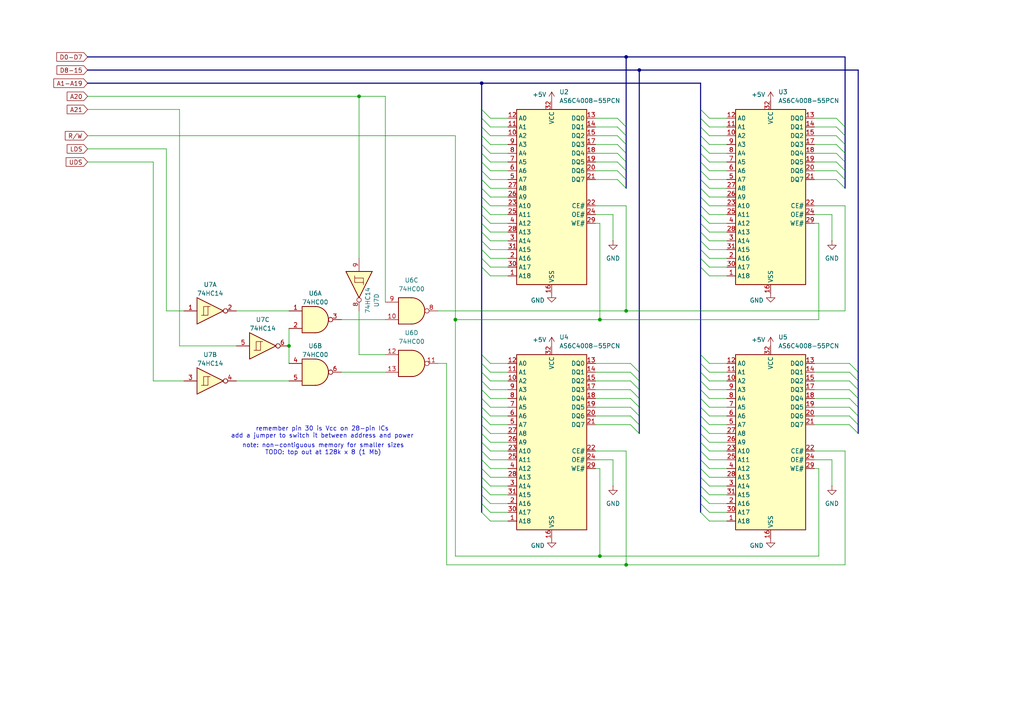
<source format=kicad_sch>
(kicad_sch (version 20231120) (generator "eeschema") (generator_version "8.0")
  (paper "A4")
  (lib_symbols
    (symbol "74xx:74HC00" (pin_names (offset 1.016))
      (property "Reference" "U" (at 0 1.27 0))
      (property "Value" "74HC00" (at 0 -1.27 0))
      (symbol "74HC00_1_1"
        (arc (start 0 -3.81) (mid 3.7934 0) (end 0 3.81) (stroke (width 0.254)) (fill (type background)))
        (polyline (pts (xy 0 3.81) (xy -3.81 3.81) (xy -3.81 -3.81) (xy 0 -3.81)) (stroke (width 0.254)) (fill (type background)))
        (pin input line (at -7.62 2.54 0) (length 3.81) (name "~") (number "1"))
        (pin input line (at -7.62 -2.54 0) (length 3.81) (name "~") (number "2"))
        (pin output inverted (at 7.62 0 180) (length 3.81) (name "~") (number "3"))
      )
      (symbol "74HC00_1_2"
        (arc (start -3.81 -3.81) (mid -2.589 0) (end -3.81 3.81) (stroke (width 0.254)))
        (arc (start -0.6096 -3.81) (mid 2.1842 -2.5851) (end 3.81 0) (stroke (width 0.254)) (fill (type background)))
        (polyline (pts (xy -3.81 -3.81) (xy -0.635 -3.81)) (stroke (width 0.254)) (fill (type background)))
        (polyline (pts (xy -3.81 3.81) (xy -0.635 3.81)) (stroke (width 0.254)) (fill (type background)))
        (polyline (pts (xy -0.635 3.81) (xy -3.81 3.81) (xy -3.81 3.81) (xy -3.556 3.4036) (xy -3.0226 2.2606) (xy -2.6924 1.0414) (xy -2.6162 -0.254) (xy -2.7686 -1.4986) (xy -3.175 -2.7178) (xy -3.81 -3.81) (xy -3.81 -3.81) (xy -0.635 -3.81)) (stroke (width -25.4)) (fill (type background)))
        (arc (start 3.81 0) (mid 2.1915 2.5936) (end -0.6096 3.81) (stroke (width 0.254)) (fill (type background)))
        (pin input inverted (at -7.62 2.54 0) (length 4.318) (name "~") (number "1"))
        (pin input inverted (at -7.62 -2.54 0) (length 4.318) (name "~") (number "2"))
        (pin output line (at 7.62 0 180) (length 3.81) (name "~") (number "3"))
      )
      (symbol "74HC00_2_1"
        (arc (start 0 -3.81) (mid 3.7934 0) (end 0 3.81) (stroke (width 0.254)) (fill (type background)))
        (polyline (pts (xy 0 3.81) (xy -3.81 3.81) (xy -3.81 -3.81) (xy 0 -3.81)) (stroke (width 0.254)) (fill (type background)))
        (pin input line (at -7.62 2.54 0) (length 3.81) (name "~") (number "4"))
        (pin input line (at -7.62 -2.54 0) (length 3.81) (name "~") (number "5"))
        (pin output inverted (at 7.62 0 180) (length 3.81) (name "~") (number "6"))
      )
      (symbol "74HC00_2_2"
        (arc (start -3.81 -3.81) (mid -2.589 0) (end -3.81 3.81) (stroke (width 0.254)))
        (arc (start -0.6096 -3.81) (mid 2.1842 -2.5851) (end 3.81 0) (stroke (width 0.254)) (fill (type background)))
        (polyline (pts (xy -3.81 -3.81) (xy -0.635 -3.81)) (stroke (width 0.254)) (fill (type background)))
        (polyline (pts (xy -3.81 3.81) (xy -0.635 3.81)) (stroke (width 0.254)) (fill (type background)))
        (polyline (pts (xy -0.635 3.81) (xy -3.81 3.81) (xy -3.81 3.81) (xy -3.556 3.4036) (xy -3.0226 2.2606) (xy -2.6924 1.0414) (xy -2.6162 -0.254) (xy -2.7686 -1.4986) (xy -3.175 -2.7178) (xy -3.81 -3.81) (xy -3.81 -3.81) (xy -0.635 -3.81)) (stroke (width -25.4)) (fill (type background)))
        (arc (start 3.81 0) (mid 2.1915 2.5936) (end -0.6096 3.81) (stroke (width 0.254)) (fill (type background)))
        (pin input inverted (at -7.62 2.54 0) (length 4.318) (name "~") (number "4"))
        (pin input inverted (at -7.62 -2.54 0) (length 4.318) (name "~") (number "5"))
        (pin output line (at 7.62 0 180) (length 3.81) (name "~") (number "6"))
      )
      (symbol "74HC00_3_1"
        (arc (start 0 -3.81) (mid 3.7934 0) (end 0 3.81) (stroke (width 0.254)) (fill (type background)))
        (polyline (pts (xy 0 3.81) (xy -3.81 3.81) (xy -3.81 -3.81) (xy 0 -3.81)) (stroke (width 0.254)) (fill (type background)))
        (pin input line (at -7.62 -2.54 0) (length 3.81) (name "~") (number "10"))
        (pin output inverted (at 7.62 0 180) (length 3.81) (name "~") (number "8"))
        (pin input line (at -7.62 2.54 0) (length 3.81) (name "~") (number "9"))
      )
      (symbol "74HC00_3_2"
        (arc (start -3.81 -3.81) (mid -2.589 0) (end -3.81 3.81) (stroke (width 0.254)))
        (arc (start -0.6096 -3.81) (mid 2.1842 -2.5851) (end 3.81 0) (stroke (width 0.254)) (fill (type background)))
        (polyline (pts (xy -3.81 -3.81) (xy -0.635 -3.81)) (stroke (width 0.254)) (fill (type background)))
        (polyline (pts (xy -3.81 3.81) (xy -0.635 3.81)) (stroke (width 0.254)) (fill (type background)))
        (polyline (pts (xy -0.635 3.81) (xy -3.81 3.81) (xy -3.81 3.81) (xy -3.556 3.4036) (xy -3.0226 2.2606) (xy -2.6924 1.0414) (xy -2.6162 -0.254) (xy -2.7686 -1.4986) (xy -3.175 -2.7178) (xy -3.81 -3.81) (xy -3.81 -3.81) (xy -0.635 -3.81)) (stroke (width -25.4)) (fill (type background)))
        (arc (start 3.81 0) (mid 2.1915 2.5936) (end -0.6096 3.81) (stroke (width 0.254)) (fill (type background)))
        (pin input inverted (at -7.62 -2.54 0) (length 4.318) (name "~") (number "10"))
        (pin output line (at 7.62 0 180) (length 3.81) (name "~") (number "8"))
        (pin input inverted (at -7.62 2.54 0) (length 4.318) (name "~") (number "9"))
      )
      (symbol "74HC00_4_1"
        (arc (start 0 -3.81) (mid 3.7934 0) (end 0 3.81) (stroke (width 0.254)) (fill (type background)))
        (polyline (pts (xy 0 3.81) (xy -3.81 3.81) (xy -3.81 -3.81) (xy 0 -3.81)) (stroke (width 0.254)) (fill (type background)))
        (pin output inverted (at 7.62 0 180) (length 3.81) (name "~") (number "11"))
        (pin input line (at -7.62 2.54 0) (length 3.81) (name "~") (number "12"))
        (pin input line (at -7.62 -2.54 0) (length 3.81) (name "~") (number "13"))
      )
      (symbol "74HC00_4_2"
        (arc (start -3.81 -3.81) (mid -2.589 0) (end -3.81 3.81) (stroke (width 0.254)))
        (arc (start -0.6096 -3.81) (mid 2.1842 -2.5851) (end 3.81 0) (stroke (width 0.254)) (fill (type background)))
        (polyline (pts (xy -3.81 -3.81) (xy -0.635 -3.81)) (stroke (width 0.254)) (fill (type background)))
        (polyline (pts (xy -3.81 3.81) (xy -0.635 3.81)) (stroke (width 0.254)) (fill (type background)))
        (polyline (pts (xy -0.635 3.81) (xy -3.81 3.81) (xy -3.81 3.81) (xy -3.556 3.4036) (xy -3.0226 2.2606) (xy -2.6924 1.0414) (xy -2.6162 -0.254) (xy -2.7686 -1.4986) (xy -3.175 -2.7178) (xy -3.81 -3.81) (xy -3.81 -3.81) (xy -0.635 -3.81)) (stroke (width -25.4)) (fill (type background)))
        (arc (start 3.81 0) (mid 2.1915 2.5936) (end -0.6096 3.81) (stroke (width 0.254)) (fill (type background)))
        (pin output line (at 7.62 0 180) (length 3.81) (name "~") (number "11"))
        (pin input inverted (at -7.62 2.54 0) (length 4.318) (name "~") (number "12"))
        (pin input inverted (at -7.62 -2.54 0) (length 4.318) (name "~") (number "13"))
      )
      (symbol "74HC00_5_0"
        (pin power_in line (at 0 12.7 270) (length 5.08) (name "VCC") (number "14"))
        (pin power_in line (at 0 -12.7 90) (length 5.08) (name "GND") (number "7"))
      )
      (symbol "74HC00_5_1"
        (rectangle (start -5.08 7.62) (end 5.08 -7.62) (stroke (width 0.254)) (fill (type background)))
      )
    )
    (symbol "74xx:74HC14" (pin_names (offset 1.016))
      (property "Reference" "U" (at 0 1.27 0))
      (property "Value" "74HC14" (at 0 -1.27 0))
      (symbol "74HC14_1_0"
        (polyline (pts (xy -3.81 3.81) (xy -3.81 -3.81) (xy 3.81 0) (xy -3.81 3.81)) (stroke (width 0.254)) (fill (type background)))
        (pin input line (at -7.62 0 0) (length 3.81) (name "~") (number "1"))
        (pin output inverted (at 7.62 0 180) (length 3.81) (name "~") (number "2"))
      )
      (symbol "74HC14_1_1"
        (polyline (pts (xy -1.905 -1.27) (xy -1.905 1.27) (xy -0.635 1.27)))
        (polyline (pts (xy -2.54 -1.27) (xy -0.635 -1.27) (xy -0.635 1.27) (xy 0 1.27)))
      )
      (symbol "74HC14_2_0"
        (polyline (pts (xy -3.81 3.81) (xy -3.81 -3.81) (xy 3.81 0) (xy -3.81 3.81)) (stroke (width 0.254)) (fill (type background)))
        (pin input line (at -7.62 0 0) (length 3.81) (name "~") (number "3"))
        (pin output inverted (at 7.62 0 180) (length 3.81) (name "~") (number "4"))
      )
      (symbol "74HC14_2_1"
        (polyline (pts (xy -1.905 -1.27) (xy -1.905 1.27) (xy -0.635 1.27)))
        (polyline (pts (xy -2.54 -1.27) (xy -0.635 -1.27) (xy -0.635 1.27) (xy 0 1.27)))
      )
      (symbol "74HC14_3_0"
        (polyline (pts (xy -3.81 3.81) (xy -3.81 -3.81) (xy 3.81 0) (xy -3.81 3.81)) (stroke (width 0.254)) (fill (type background)))
        (pin input line (at -7.62 0 0) (length 3.81) (name "~") (number "5"))
        (pin output inverted (at 7.62 0 180) (length 3.81) (name "~") (number "6"))
      )
      (symbol "74HC14_3_1"
        (polyline (pts (xy -1.905 -1.27) (xy -1.905 1.27) (xy -0.635 1.27)))
        (polyline (pts (xy -2.54 -1.27) (xy -0.635 -1.27) (xy -0.635 1.27) (xy 0 1.27)))
      )
      (symbol "74HC14_4_0"
        (polyline (pts (xy -3.81 3.81) (xy -3.81 -3.81) (xy 3.81 0) (xy -3.81 3.81)) (stroke (width 0.254)) (fill (type background)))
        (pin output inverted (at 7.62 0 180) (length 3.81) (name "~") (number "8"))
        (pin input line (at -7.62 0 0) (length 3.81) (name "~") (number "9"))
      )
      (symbol "74HC14_4_1"
        (polyline (pts (xy -1.905 -1.27) (xy -1.905 1.27) (xy -0.635 1.27)))
        (polyline (pts (xy -2.54 -1.27) (xy -0.635 -1.27) (xy -0.635 1.27) (xy 0 1.27)))
      )
      (symbol "74HC14_5_0"
        (polyline (pts (xy -3.81 3.81) (xy -3.81 -3.81) (xy 3.81 0) (xy -3.81 3.81)) (stroke (width 0.254)) (fill (type background)))
        (pin output inverted (at 7.62 0 180) (length 3.81) (name "~") (number "10"))
        (pin input line (at -7.62 0 0) (length 3.81) (name "~") (number "11"))
      )
      (symbol "74HC14_5_1"
        (polyline (pts (xy -1.905 -1.27) (xy -1.905 1.27) (xy -0.635 1.27)))
        (polyline (pts (xy -2.54 -1.27) (xy -0.635 -1.27) (xy -0.635 1.27) (xy 0 1.27)))
      )
      (symbol "74HC14_6_0"
        (polyline (pts (xy -3.81 3.81) (xy -3.81 -3.81) (xy 3.81 0) (xy -3.81 3.81)) (stroke (width 0.254)) (fill (type background)))
        (pin output inverted (at 7.62 0 180) (length 3.81) (name "~") (number "12"))
        (pin input line (at -7.62 0 0) (length 3.81) (name "~") (number "13"))
      )
      (symbol "74HC14_6_1"
        (polyline (pts (xy -1.905 -1.27) (xy -1.905 1.27) (xy -0.635 1.27)))
        (polyline (pts (xy -2.54 -1.27) (xy -0.635 -1.27) (xy -0.635 1.27) (xy 0 1.27)))
      )
      (symbol "74HC14_7_0"
        (pin power_in line (at 0 12.7 270) (length 5.08) (name "VCC") (number "14"))
        (pin power_in line (at 0 -12.7 90) (length 5.08) (name "GND") (number "7"))
      )
      (symbol "74HC14_7_1"
        (rectangle (start -5.08 7.62) (end 5.08 -7.62) (stroke (width 0.254)) (fill (type background)))
      )
    )
    (symbol "Memory_RAM:AS6C4008-55PCN"
      (property "Reference" "U" (at -10.16 26.035 0))
      (property "Value" "AS6C4008-55PCN" (at 2.54 26.035 0))
      (symbol "AS6C4008-55PCN_0_0"
        (pin power_in line (at 0 -27.94 90) (length 2.54) (name "VSS") (number "16"))
        (pin power_in line (at 0 27.94 270) (length 2.54) (name "VCC") (number "32"))
      )
      (symbol "AS6C4008-55PCN_0_1"
        (rectangle (start -10.16 25.4) (end 10.16 -25.4) (stroke (width 0.254)) (fill (type background)))
      )
      (symbol "AS6C4008-55PCN_1_1"
        (pin input line (at -12.7 -22.86 0) (length 2.54) (name "A18") (number "1"))
        (pin input line (at -12.7 17.78 0) (length 2.54) (name "A2") (number "10"))
        (pin input line (at -12.7 20.32 0) (length 2.54) (name "A1") (number "11"))
        (pin input line (at -12.7 22.86 0) (length 2.54) (name "A0") (number "12"))
        (pin tri_state line (at 12.7 22.86 180) (length 2.54) (name "DQ0") (number "13"))
        (pin tri_state line (at 12.7 20.32 180) (length 2.54) (name "DQ1") (number "14"))
        (pin tri_state line (at 12.7 17.78 180) (length 2.54) (name "DQ2") (number "15"))
        (pin tri_state line (at 12.7 15.24 180) (length 2.54) (name "DQ3") (number "17"))
        (pin tri_state line (at 12.7 12.7 180) (length 2.54) (name "DQ4") (number "18"))
        (pin tri_state line (at 12.7 10.16 180) (length 2.54) (name "DQ5") (number "19"))
        (pin input line (at -12.7 -17.78 0) (length 2.54) (name "A16") (number "2"))
        (pin tri_state line (at 12.7 7.62 180) (length 2.54) (name "DQ6") (number "20"))
        (pin tri_state line (at 12.7 5.08 180) (length 2.54) (name "DQ7") (number "21"))
        (pin input line (at 12.7 -2.54 180) (length 2.54) (name "CE#") (number "22"))
        (pin input line (at -12.7 -2.54 0) (length 2.54) (name "A10") (number "23"))
        (pin input line (at 12.7 -5.08 180) (length 2.54) (name "OE#") (number "24"))
        (pin input line (at -12.7 -5.08 0) (length 2.54) (name "A11") (number "25"))
        (pin input line (at -12.7 0 0) (length 2.54) (name "A9") (number "26"))
        (pin input line (at -12.7 2.54 0) (length 2.54) (name "A8") (number "27"))
        (pin input line (at -12.7 -10.16 0) (length 2.54) (name "A13") (number "28"))
        (pin input line (at 12.7 -7.62 180) (length 2.54) (name "WE#") (number "29"))
        (pin input line (at -12.7 -12.7 0) (length 2.54) (name "A14") (number "3"))
        (pin input line (at -12.7 -20.32 0) (length 2.54) (name "A17") (number "30"))
        (pin input line (at -12.7 -15.24 0) (length 2.54) (name "A15") (number "31"))
        (pin input line (at -12.7 -7.62 0) (length 2.54) (name "A12") (number "4"))
        (pin input line (at -12.7 5.08 0) (length 2.54) (name "A7") (number "5"))
        (pin input line (at -12.7 7.62 0) (length 2.54) (name "A6") (number "6"))
        (pin input line (at -12.7 10.16 0) (length 2.54) (name "A5") (number "7"))
        (pin input line (at -12.7 12.7 0) (length 2.54) (name "A4") (number "8"))
        (pin input line (at -12.7 15.24 0) (length 2.54) (name "A3") (number "9"))
      )
    )
    (symbol "power:+5V" (power) (pin_numbers hide) (pin_names (offset 0) hide)
      (property "Value" "+5V" (at 0 3.556 0))
      (symbol "+5V_0_1"
        (polyline (pts (xy -0.762 1.27) (xy 0 2.54)))
        (polyline (pts (xy 0 0) (xy 0 2.54)))
        (polyline (pts (xy 0 2.54) (xy 0.762 1.27)))
      )
      (symbol "+5V_1_1"
        (pin power_in line (at 0 0 90) (length 0) (name "~") (number "1"))
      )
    )
    (symbol "power:GND" (power) (pin_numbers hide) (pin_names (offset 0) hide)
      (property "Value" "GND" (at 0 -3.81 0))
      (symbol "GND_0_1"
        (polyline (pts (xy 0 0) (xy 0 -1.27) (xy 1.27 -1.27) (xy 0 -2.54) (xy -1.27 -1.27) (xy 0 -1.27)))
      )
      (symbol "GND_1_1"
        (pin power_in line (at 0 0 270) (length 0) (name "~") (number "1"))
      )
    )
  )
  (junction (at 185.42 20.32))
  (junction (at 173.99 92.71))
  (junction (at 104.14 27.94))
  (junction (at 181.61 16.51))
  (junction (at 181.61 163.83))
  (junction (at 181.61 90.17))
  (junction (at 139.7 24.13))
  (junction (at 173.99 161.29))
  (junction (at 132.08 92.71))
  (junction (at 83.82 100.33))
  (bus_entry (at 179.07 39.37) (size 2.54 2.54))
  (bus_entry (at 139.7 36.83) (size 2.54 2.54))
  (bus_entry (at 139.7 128.27) (size 2.54 2.54))
  (bus_entry (at 203.2 143.51) (size 2.54 2.54))
  (bus_entry (at 139.7 148.59) (size 2.54 2.54))
  (bus_entry (at 139.7 120.65) (size 2.54 2.54))
  (bus_entry (at 203.2 115.57) (size 2.54 2.54))
  (bus_entry (at 203.2 130.81) (size 2.54 2.54))
  (bus_entry (at 246.38 113.03) (size 2.54 2.54))
  (bus_entry (at 182.88 110.49) (size 2.54 2.54))
  (bus_entry (at 139.7 54.61) (size 2.54 2.54))
  (bus_entry (at 139.7 59.69) (size 2.54 2.54))
  (bus_entry (at 203.2 120.65) (size 2.54 2.54))
  (bus_entry (at 139.7 146.05) (size 2.54 2.54))
  (bus_entry (at 139.7 115.57) (size 2.54 2.54))
  (bus_entry (at 139.7 67.31) (size 2.54 2.54))
  (bus_entry (at 182.88 115.57) (size 2.54 2.54))
  (bus_entry (at 179.07 36.83) (size 2.54 2.54))
  (bus_entry (at 242.57 41.91) (size 2.54 2.54))
  (bus_entry (at 139.7 77.47) (size 2.54 2.54))
  (bus_entry (at 139.7 57.15) (size 2.54 2.54))
  (bus_entry (at 203.2 138.43) (size 2.54 2.54))
  (bus_entry (at 203.2 62.23) (size 2.54 2.54))
  (bus_entry (at 203.2 133.35) (size 2.54 2.54))
  (bus_entry (at 203.2 46.99) (size 2.54 2.54))
  (bus_entry (at 139.7 62.23) (size 2.54 2.54))
  (bus_entry (at 203.2 39.37) (size 2.54 2.54))
  (bus_entry (at 139.7 135.89) (size 2.54 2.54))
  (bus_entry (at 242.57 46.99) (size 2.54 2.54))
  (bus_entry (at 203.2 57.15) (size 2.54 2.54))
  (bus_entry (at 203.2 107.95) (size 2.54 2.54))
  (bus_entry (at 179.07 49.53) (size 2.54 2.54))
  (bus_entry (at 203.2 52.07) (size 2.54 2.54))
  (bus_entry (at 203.2 148.59) (size 2.54 2.54))
  (bus_entry (at 139.7 49.53) (size 2.54 2.54))
  (bus_entry (at 139.7 110.49) (size 2.54 2.54))
  (bus_entry (at 246.38 107.95) (size 2.54 2.54))
  (bus_entry (at 139.7 123.19) (size 2.54 2.54))
  (bus_entry (at 179.07 41.91) (size 2.54 2.54))
  (bus_entry (at 139.7 133.35) (size 2.54 2.54))
  (bus_entry (at 139.7 72.39) (size 2.54 2.54))
  (bus_entry (at 139.7 118.11) (size 2.54 2.54))
  (bus_entry (at 203.2 41.91) (size 2.54 2.54))
  (bus_entry (at 139.7 125.73) (size 2.54 2.54))
  (bus_entry (at 203.2 74.93) (size 2.54 2.54))
  (bus_entry (at 203.2 36.83) (size 2.54 2.54))
  (bus_entry (at 246.38 118.11) (size 2.54 2.54))
  (bus_entry (at 203.2 118.11) (size 2.54 2.54))
  (bus_entry (at 139.7 102.87) (size 2.54 2.54))
  (bus_entry (at 139.7 31.75) (size 2.54 2.54))
  (bus_entry (at 246.38 110.49) (size 2.54 2.54))
  (bus_entry (at 203.2 128.27) (size 2.54 2.54))
  (bus_entry (at 203.2 113.03) (size 2.54 2.54))
  (bus_entry (at 139.7 138.43) (size 2.54 2.54))
  (bus_entry (at 203.2 44.45) (size 2.54 2.54))
  (bus_entry (at 203.2 72.39) (size 2.54 2.54))
  (bus_entry (at 182.88 123.19) (size 2.54 2.54))
  (bus_entry (at 242.57 52.07) (size 2.54 2.54))
  (bus_entry (at 203.2 69.85) (size 2.54 2.54))
  (bus_entry (at 179.07 34.29) (size 2.54 2.54))
  (bus_entry (at 139.7 39.37) (size 2.54 2.54))
  (bus_entry (at 182.88 120.65) (size 2.54 2.54))
  (bus_entry (at 179.07 46.99) (size 2.54 2.54))
  (bus_entry (at 203.2 77.47) (size 2.54 2.54))
  (bus_entry (at 203.2 140.97) (size 2.54 2.54))
  (bus_entry (at 246.38 115.57) (size 2.54 2.54))
  (bus_entry (at 203.2 49.53) (size 2.54 2.54))
  (bus_entry (at 139.7 74.93) (size 2.54 2.54))
  (bus_entry (at 182.88 118.11) (size 2.54 2.54))
  (bus_entry (at 139.7 64.77) (size 2.54 2.54))
  (bus_entry (at 139.7 140.97) (size 2.54 2.54))
  (bus_entry (at 139.7 105.41) (size 2.54 2.54))
  (bus_entry (at 203.2 64.77) (size 2.54 2.54))
  (bus_entry (at 203.2 105.41) (size 2.54 2.54))
  (bus_entry (at 139.7 44.45) (size 2.54 2.54))
  (bus_entry (at 203.2 54.61) (size 2.54 2.54))
  (bus_entry (at 203.2 123.19) (size 2.54 2.54))
  (bus_entry (at 203.2 110.49) (size 2.54 2.54))
  (bus_entry (at 139.7 34.29) (size 2.54 2.54))
  (bus_entry (at 246.38 123.19) (size 2.54 2.54))
  (bus_entry (at 182.88 107.95) (size 2.54 2.54))
  (bus_entry (at 246.38 105.41) (size 2.54 2.54))
  (bus_entry (at 242.57 34.29) (size 2.54 2.54))
  (bus_entry (at 179.07 44.45) (size 2.54 2.54))
  (bus_entry (at 139.7 52.07) (size 2.54 2.54))
  (bus_entry (at 246.38 120.65) (size 2.54 2.54))
  (bus_entry (at 242.57 36.83) (size 2.54 2.54))
  (bus_entry (at 182.88 113.03) (size 2.54 2.54))
  (bus_entry (at 203.2 31.75) (size 2.54 2.54))
  (bus_entry (at 203.2 135.89) (size 2.54 2.54))
  (bus_entry (at 139.7 46.99) (size 2.54 2.54))
  (bus_entry (at 179.07 52.07) (size 2.54 2.54))
  (bus_entry (at 139.7 107.95) (size 2.54 2.54))
  (bus_entry (at 203.2 59.69) (size 2.54 2.54))
  (bus_entry (at 242.57 39.37) (size 2.54 2.54))
  (bus_entry (at 203.2 67.31) (size 2.54 2.54))
  (bus_entry (at 203.2 102.87) (size 2.54 2.54))
  (bus_entry (at 203.2 34.29) (size 2.54 2.54))
  (bus_entry (at 203.2 146.05) (size 2.54 2.54))
  (bus_entry (at 242.57 49.53) (size 2.54 2.54))
  (bus_entry (at 139.7 113.03) (size 2.54 2.54))
  (bus_entry (at 139.7 143.51) (size 2.54 2.54))
  (bus_entry (at 182.88 105.41) (size 2.54 2.54))
  (bus_entry (at 139.7 41.91) (size 2.54 2.54))
  (bus_entry (at 139.7 69.85) (size 2.54 2.54))
  (bus_entry (at 242.57 44.45) (size 2.54 2.54))
  (bus_entry (at 203.2 125.73) (size 2.54 2.54))
  (bus_entry (at 139.7 130.81) (size 2.54 2.54))
  (bus (pts (xy 203.2 77.47) (xy 203.2 102.87)))
  (wire (pts (xy 25.4 46.99) (xy 44.45 46.99)))
  (bus (pts (xy 203.2 46.99) (xy 203.2 44.45)))
  (bus (pts (xy 203.2 115.57) (xy 203.2 113.03)))
  (bus (pts (xy 185.42 113.03) (xy 185.42 115.57)))
  (bus (pts (xy 203.2 67.31) (xy 203.2 64.77)))
  (bus (pts (xy 181.61 41.91) (xy 181.61 44.45)))
  (wire (pts (xy 205.74 54.61) (xy 210.82 54.61)))
  (bus (pts (xy 203.2 128.27) (xy 203.2 125.73)))
  (wire (pts (xy 142.24 57.15) (xy 147.32 57.15)))
  (bus (pts (xy 185.42 20.32) (xy 185.42 107.95)))
  (wire (pts (xy 205.74 130.81) (xy 210.82 130.81)))
  (bus (pts (xy 203.2 120.65) (xy 203.2 118.11)))
  (bus (pts (xy 203.2 143.51) (xy 203.2 140.97)))
  (bus (pts (xy 203.2 110.49) (xy 203.2 107.95)))
  (bus (pts (xy 203.2 41.91) (xy 203.2 39.37)))
  (wire (pts (xy 172.72 62.23) (xy 177.8 62.23)))
  (bus (pts (xy 181.61 52.07) (xy 181.61 54.61)))
  (wire (pts (xy 172.72 120.65) (xy 182.88 120.65)))
  (bus (pts (xy 245.11 49.53) (xy 245.11 52.07)))
  (bus (pts (xy 139.7 77.47) (xy 139.7 102.87)))
  (bus (pts (xy 139.7 140.97) (xy 139.7 138.43)))
  (bus (pts (xy 139.7 59.69) (xy 139.7 57.15)))
  (wire (pts (xy 142.24 74.93) (xy 147.32 74.93)))
  (wire (pts (xy 205.74 77.47) (xy 210.82 77.47)))
  (wire (pts (xy 142.24 52.07) (xy 147.32 52.07)))
  (wire (pts (xy 236.22 107.95) (xy 246.38 107.95)))
  (wire (pts (xy 236.22 49.53) (xy 242.57 49.53)))
  (wire (pts (xy 173.99 161.29) (xy 237.49 161.29)))
  (wire (pts (xy 205.74 138.43) (xy 210.82 138.43)))
  (wire (pts (xy 205.74 39.37) (xy 210.82 39.37)))
  (wire (pts (xy 142.24 41.91) (xy 147.32 41.91)))
  (bus (pts (xy 139.7 36.83) (xy 139.7 34.29)))
  (wire (pts (xy 205.74 140.97) (xy 210.82 140.97)))
  (wire (pts (xy 142.24 80.01) (xy 147.32 80.01)))
  (wire (pts (xy 127 90.17) (xy 181.61 90.17)))
  (wire (pts (xy 236.22 44.45) (xy 242.57 44.45)))
  (bus (pts (xy 139.7 138.43) (xy 139.7 135.89)))
  (wire (pts (xy 48.26 43.18) (xy 48.26 90.17)))
  (wire (pts (xy 236.22 135.89) (xy 237.49 135.89)))
  (bus (pts (xy 248.92 115.57) (xy 248.92 118.11)))
  (wire (pts (xy 205.74 69.85) (xy 210.82 69.85)))
  (bus (pts (xy 203.2 102.87) (xy 203.2 105.41)))
  (wire (pts (xy 25.4 43.18) (xy 48.26 43.18)))
  (wire (pts (xy 132.08 92.71) (xy 132.08 161.29)))
  (bus (pts (xy 181.61 44.45) (xy 181.61 46.99)))
  (bus (pts (xy 203.2 77.47) (xy 203.2 74.93)))
  (bus (pts (xy 203.2 123.19) (xy 203.2 120.65)))
  (bus (pts (xy 139.7 72.39) (xy 139.7 69.85)))
  (wire (pts (xy 237.49 161.29) (xy 237.49 135.89)))
  (wire (pts (xy 142.24 110.49) (xy 147.32 110.49)))
  (wire (pts (xy 205.74 113.03) (xy 210.82 113.03)))
  (wire (pts (xy 205.74 72.39) (xy 210.82 72.39)))
  (bus (pts (xy 181.61 46.99) (xy 181.61 49.53)))
  (wire (pts (xy 205.74 128.27) (xy 210.82 128.27)))
  (wire (pts (xy 172.72 34.29) (xy 179.07 34.29)))
  (wire (pts (xy 142.24 113.03) (xy 147.32 113.03)))
  (wire (pts (xy 205.74 107.95) (xy 210.82 107.95)))
  (bus (pts (xy 203.2 44.45) (xy 203.2 41.91)))
  (bus (pts (xy 139.7 24.13) (xy 139.7 31.75)))
  (bus (pts (xy 139.7 115.57) (xy 139.7 113.03)))
  (bus (pts (xy 139.7 67.31) (xy 139.7 64.77)))
  (bus (pts (xy 139.7 125.73) (xy 139.7 123.19)))
  (wire (pts (xy 205.74 105.41) (xy 210.82 105.41)))
  (bus (pts (xy 139.7 118.11) (xy 139.7 115.57)))
  (wire (pts (xy 172.72 41.91) (xy 179.07 41.91)))
  (wire (pts (xy 142.24 135.89) (xy 147.32 135.89)))
  (bus (pts (xy 245.11 39.37) (xy 245.11 41.91)))
  (wire (pts (xy 236.22 120.65) (xy 246.38 120.65)))
  (bus (pts (xy 181.61 36.83) (xy 181.61 39.37)))
  (wire (pts (xy 245.11 59.69) (xy 236.22 59.69)))
  (bus (pts (xy 25.4 20.32) (xy 185.42 20.32)))
  (bus (pts (xy 248.92 113.03) (xy 248.92 115.57)))
  (wire (pts (xy 173.99 161.29) (xy 173.99 135.89)))
  (wire (pts (xy 205.74 44.45) (xy 210.82 44.45)))
  (bus (pts (xy 139.7 44.45) (xy 139.7 41.91)))
  (wire (pts (xy 142.24 34.29) (xy 147.32 34.29)))
  (wire (pts (xy 142.24 146.05) (xy 147.32 146.05)))
  (wire (pts (xy 205.74 52.07) (xy 210.82 52.07)))
  (wire (pts (xy 25.4 31.75) (xy 52.07 31.75)))
  (wire (pts (xy 236.22 133.35) (xy 241.3 133.35)))
  (bus (pts (xy 139.7 148.59) (xy 139.7 146.05)))
  (bus (pts (xy 139.7 41.91) (xy 139.7 39.37)))
  (wire (pts (xy 205.74 151.13) (xy 210.82 151.13)))
  (wire (pts (xy 181.61 163.83) (xy 245.11 163.83)))
  (bus (pts (xy 139.7 110.49) (xy 139.7 107.95)))
  (wire (pts (xy 236.22 41.91) (xy 242.57 41.91)))
  (wire (pts (xy 205.74 36.83) (xy 210.82 36.83)))
  (wire (pts (xy 205.74 125.73) (xy 210.82 125.73)))
  (wire (pts (xy 205.74 133.35) (xy 210.82 133.35)))
  (wire (pts (xy 241.3 62.23) (xy 241.3 69.85)))
  (bus (pts (xy 139.7 31.75) (xy 139.7 34.29)))
  (bus (pts (xy 203.2 54.61) (xy 203.2 52.07)))
  (bus (pts (xy 248.92 110.49) (xy 248.92 113.03)))
  (wire (pts (xy 142.24 115.57) (xy 147.32 115.57)))
  (wire (pts (xy 142.24 123.19) (xy 147.32 123.19)))
  (wire (pts (xy 132.08 161.29) (xy 173.99 161.29)))
  (bus (pts (xy 181.61 16.51) (xy 245.11 16.51)))
  (wire (pts (xy 181.61 130.81) (xy 172.72 130.81)))
  (wire (pts (xy 142.24 54.61) (xy 147.32 54.61)))
  (wire (pts (xy 205.74 46.99) (xy 210.82 46.99)))
  (wire (pts (xy 237.49 64.77) (xy 236.22 64.77)))
  (bus (pts (xy 181.61 39.37) (xy 181.61 41.91)))
  (wire (pts (xy 142.24 125.73) (xy 147.32 125.73)))
  (bus (pts (xy 203.2 49.53) (xy 203.2 46.99)))
  (wire (pts (xy 132.08 39.37) (xy 132.08 92.71)))
  (wire (pts (xy 173.99 64.77) (xy 172.72 64.77)))
  (wire (pts (xy 172.72 107.95) (xy 182.88 107.95)))
  (wire (pts (xy 173.99 92.71) (xy 173.99 64.77)))
  (bus (pts (xy 203.2 118.11) (xy 203.2 115.57)))
  (wire (pts (xy 205.74 74.93) (xy 210.82 74.93)))
  (wire (pts (xy 172.72 133.35) (xy 177.8 133.35)))
  (bus (pts (xy 203.2 130.81) (xy 203.2 128.27)))
  (wire (pts (xy 142.24 151.13) (xy 147.32 151.13)))
  (bus (pts (xy 181.61 49.53) (xy 181.61 52.07)))
  (wire (pts (xy 142.24 39.37) (xy 147.32 39.37)))
  (wire (pts (xy 205.74 64.77) (xy 210.82 64.77)))
  (wire (pts (xy 44.45 46.99) (xy 44.45 110.49)))
  (bus (pts (xy 203.2 125.73) (xy 203.2 123.19)))
  (bus (pts (xy 139.7 57.15) (xy 139.7 54.61)))
  (wire (pts (xy 172.72 44.45) (xy 179.07 44.45)))
  (wire (pts (xy 111.76 27.94) (xy 111.76 87.63)))
  (wire (pts (xy 236.22 113.03) (xy 246.38 113.03)))
  (wire (pts (xy 172.72 113.03) (xy 182.88 113.03)))
  (bus (pts (xy 203.2 24.13) (xy 203.2 31.75)))
  (bus (pts (xy 139.7 64.77) (xy 139.7 62.23)))
  (wire (pts (xy 205.74 135.89) (xy 210.82 135.89)))
  (wire (pts (xy 52.07 100.33) (xy 68.58 100.33)))
  (wire (pts (xy 172.72 52.07) (xy 179.07 52.07)))
  (bus (pts (xy 139.7 49.53) (xy 139.7 46.99)))
  (bus (pts (xy 203.2 59.69) (xy 203.2 57.15)))
  (wire (pts (xy 44.45 110.49) (xy 53.34 110.49)))
  (wire (pts (xy 205.74 123.19) (xy 210.82 123.19)))
  (wire (pts (xy 205.74 41.91) (xy 210.82 41.91)))
  (wire (pts (xy 25.4 27.94) (xy 104.14 27.94)))
  (wire (pts (xy 236.22 39.37) (xy 242.57 39.37)))
  (wire (pts (xy 172.72 105.41) (xy 182.88 105.41)))
  (wire (pts (xy 83.82 100.33) (xy 83.82 95.25)))
  (wire (pts (xy 205.74 148.59) (xy 210.82 148.59)))
  (bus (pts (xy 245.11 46.99) (xy 245.11 49.53)))
  (bus (pts (xy 248.92 123.19) (xy 248.92 125.73)))
  (wire (pts (xy 236.22 46.99) (xy 242.57 46.99)))
  (wire (pts (xy 129.54 105.41) (xy 129.54 163.83)))
  (wire (pts (xy 236.22 130.81) (xy 245.11 130.81)))
  (bus (pts (xy 203.2 74.93) (xy 203.2 72.39)))
  (wire (pts (xy 205.74 110.49) (xy 210.82 110.49)))
  (bus (pts (xy 139.7 143.51) (xy 139.7 140.97)))
  (bus (pts (xy 203.2 64.77) (xy 203.2 62.23)))
  (wire (pts (xy 142.24 128.27) (xy 147.32 128.27)))
  (bus (pts (xy 203.2 135.89) (xy 203.2 133.35)))
  (bus (pts (xy 139.7 107.95) (xy 139.7 105.41)))
  (bus (pts (xy 203.2 133.35) (xy 203.2 130.81)))
  (wire (pts (xy 173.99 92.71) (xy 237.49 92.71)))
  (wire (pts (xy 142.24 118.11) (xy 147.32 118.11)))
  (wire (pts (xy 142.24 130.81) (xy 147.32 130.81)))
  (wire (pts (xy 142.24 46.99) (xy 147.32 46.99)))
  (wire (pts (xy 142.24 64.77) (xy 147.32 64.77)))
  (wire (pts (xy 172.72 118.11) (xy 182.88 118.11)))
  (bus (pts (xy 185.42 120.65) (xy 185.42 123.19)))
  (bus (pts (xy 139.7 24.13) (xy 203.2 24.13)))
  (bus (pts (xy 203.2 31.75) (xy 203.2 34.29)))
  (bus (pts (xy 203.2 36.83) (xy 203.2 34.29)))
  (wire (pts (xy 104.14 90.17) (xy 104.14 102.87)))
  (bus (pts (xy 25.4 16.51) (xy 181.61 16.51)))
  (wire (pts (xy 172.72 49.53) (xy 179.07 49.53)))
  (wire (pts (xy 181.61 90.17) (xy 181.61 59.69)))
  (wire (pts (xy 48.26 90.17) (xy 53.34 90.17)))
  (wire (pts (xy 142.24 138.43) (xy 147.32 138.43)))
  (wire (pts (xy 142.24 133.35) (xy 147.32 133.35)))
  (bus (pts (xy 139.7 102.87) (xy 139.7 105.41)))
  (wire (pts (xy 205.74 59.69) (xy 210.82 59.69)))
  (bus (pts (xy 185.42 115.57) (xy 185.42 118.11)))
  (bus (pts (xy 185.42 110.49) (xy 185.42 113.03)))
  (bus (pts (xy 203.2 62.23) (xy 203.2 59.69)))
  (bus (pts (xy 203.2 52.07) (xy 203.2 49.53)))
  (wire (pts (xy 181.61 163.83) (xy 181.61 130.81)))
  (bus (pts (xy 248.92 120.65) (xy 248.92 123.19)))
  (wire (pts (xy 142.24 36.83) (xy 147.32 36.83)))
  (wire (pts (xy 236.22 52.07) (xy 242.57 52.07)))
  (wire (pts (xy 241.3 133.35) (xy 241.3 140.97)))
  (bus (pts (xy 203.2 72.39) (xy 203.2 69.85)))
  (wire (pts (xy 104.14 102.87) (xy 111.76 102.87)))
  (wire (pts (xy 205.74 115.57) (xy 210.82 115.57)))
  (wire (pts (xy 205.74 57.15) (xy 210.82 57.15)))
  (bus (pts (xy 139.7 123.19) (xy 139.7 120.65)))
  (bus (pts (xy 203.2 138.43) (xy 203.2 135.89)))
  (wire (pts (xy 142.24 105.41) (xy 147.32 105.41)))
  (wire (pts (xy 205.74 49.53) (xy 210.82 49.53)))
  (bus (pts (xy 203.2 140.97) (xy 203.2 138.43)))
  (bus (pts (xy 248.92 118.11) (xy 248.92 120.65)))
  (wire (pts (xy 205.74 67.31) (xy 210.82 67.31)))
  (bus (pts (xy 139.7 113.03) (xy 139.7 110.49)))
  (wire (pts (xy 172.72 123.19) (xy 182.88 123.19)))
  (wire (pts (xy 205.74 118.11) (xy 210.82 118.11)))
  (bus (pts (xy 203.2 148.59) (xy 203.2 146.05)))
  (bus (pts (xy 139.7 46.99) (xy 139.7 44.45)))
  (bus (pts (xy 139.7 128.27) (xy 139.7 125.73)))
  (wire (pts (xy 177.8 62.23) (xy 177.8 69.85)))
  (bus (pts (xy 139.7 69.85) (xy 139.7 67.31)))
  (wire (pts (xy 236.22 110.49) (xy 246.38 110.49)))
  (wire (pts (xy 142.24 120.65) (xy 147.32 120.65)))
  (wire (pts (xy 181.61 90.17) (xy 245.11 90.17)))
  (wire (pts (xy 142.24 143.51) (xy 147.32 143.51)))
  (wire (pts (xy 142.24 77.47) (xy 147.32 77.47)))
  (wire (pts (xy 68.58 90.17) (xy 83.82 90.17)))
  (wire (pts (xy 205.74 80.01) (xy 210.82 80.01)))
  (wire (pts (xy 99.06 92.71) (xy 111.76 92.71)))
  (wire (pts (xy 177.8 133.35) (xy 177.8 140.97)))
  (bus (pts (xy 203.2 113.03) (xy 203.2 110.49)))
  (bus (pts (xy 185.42 118.11) (xy 185.42 120.65)))
  (wire (pts (xy 205.74 62.23) (xy 210.82 62.23)))
  (wire (pts (xy 99.06 107.95) (xy 111.76 107.95)))
  (wire (pts (xy 142.24 49.53) (xy 147.32 49.53)))
  (wire (pts (xy 142.24 107.95) (xy 147.32 107.95)))
  (wire (pts (xy 236.22 115.57) (xy 246.38 115.57)))
  (bus (pts (xy 203.2 146.05) (xy 203.2 143.51)))
  (bus (pts (xy 203.2 107.95) (xy 203.2 105.41)))
  (bus (pts (xy 203.2 39.37) (xy 203.2 36.83)))
  (wire (pts (xy 245.11 90.17) (xy 245.11 59.69)))
  (wire (pts (xy 205.74 34.29) (xy 210.82 34.29)))
  (wire (pts (xy 236.22 36.83) (xy 242.57 36.83)))
  (wire (pts (xy 129.54 163.83) (xy 181.61 163.83)))
  (wire (pts (xy 172.72 135.89) (xy 173.99 135.89)))
  (bus (pts (xy 139.7 54.61) (xy 139.7 52.07)))
  (wire (pts (xy 132.08 92.71) (xy 173.99 92.71)))
  (bus (pts (xy 245.11 36.83) (xy 245.11 39.37)))
  (bus (pts (xy 139.7 62.23) (xy 139.7 59.69)))
  (wire (pts (xy 172.72 36.83) (xy 179.07 36.83)))
  (bus (pts (xy 139.7 146.05) (xy 139.7 143.51)))
  (wire (pts (xy 172.72 110.49) (xy 182.88 110.49)))
  (bus (pts (xy 245.11 41.91) (xy 245.11 44.45)))
  (wire (pts (xy 205.74 120.65) (xy 210.82 120.65)))
  (wire (pts (xy 181.61 59.69) (xy 172.72 59.69)))
  (wire (pts (xy 236.22 105.41) (xy 246.38 105.41)))
  (bus (pts (xy 185.42 107.95) (xy 185.42 110.49)))
  (bus (pts (xy 139.7 130.81) (xy 139.7 128.27)))
  (wire (pts (xy 142.24 62.23) (xy 147.32 62.23)))
  (bus (pts (xy 245.11 52.07) (xy 245.11 54.61)))
  (wire (pts (xy 52.07 31.75) (xy 52.07 100.33)))
  (wire (pts (xy 205.74 146.05) (xy 210.82 146.05)))
  (wire (pts (xy 236.22 118.11) (xy 246.38 118.11)))
  (bus (pts (xy 245.11 44.45) (xy 245.11 46.99)))
  (wire (pts (xy 83.82 100.33) (xy 83.82 105.41)))
  (wire (pts (xy 142.24 148.59) (xy 147.32 148.59)))
  (bus (pts (xy 245.11 36.83) (xy 245.11 16.51)))
  (bus (pts (xy 139.7 52.07) (xy 139.7 49.53)))
  (bus (pts (xy 25.4 24.13) (xy 139.7 24.13)))
  (bus (pts (xy 248.92 107.95) (xy 248.92 110.49)))
  (wire (pts (xy 236.22 62.23) (xy 241.3 62.23)))
  (wire (pts (xy 237.49 92.71) (xy 237.49 64.77)))
  (wire (pts (xy 142.24 140.97) (xy 147.32 140.97)))
  (bus (pts (xy 139.7 39.37) (xy 139.7 36.83)))
  (bus (pts (xy 139.7 133.35) (xy 139.7 130.81)))
  (wire (pts (xy 104.14 27.94) (xy 111.76 27.94)))
  (wire (pts (xy 172.72 46.99) (xy 179.07 46.99)))
  (bus (pts (xy 185.42 123.19) (xy 185.42 125.73)))
  (bus (pts (xy 248.92 20.32) (xy 248.92 107.95)))
  (wire (pts (xy 142.24 69.85) (xy 147.32 69.85)))
  (bus (pts (xy 139.7 77.47) (xy 139.7 74.93)))
  (wire (pts (xy 236.22 123.19) (xy 246.38 123.19)))
  (bus (pts (xy 139.7 135.89) (xy 139.7 133.35)))
  (wire (pts (xy 142.24 59.69) (xy 147.32 59.69)))
  (wire (pts (xy 104.14 27.94) (xy 104.14 74.93)))
  (wire (pts (xy 236.22 34.29) (xy 242.57 34.29)))
  (bus (pts (xy 139.7 74.93) (xy 139.7 72.39)))
  (wire (pts (xy 25.4 39.37) (xy 132.08 39.37)))
  (wire (pts (xy 172.72 115.57) (xy 182.88 115.57)))
  (wire (pts (xy 142.24 67.31) (xy 147.32 67.31)))
  (wire (pts (xy 142.24 72.39) (xy 147.32 72.39)))
  (wire (pts (xy 172.72 39.37) (xy 179.07 39.37)))
  (bus (pts (xy 203.2 69.85) (xy 203.2 67.31)))
  (wire (pts (xy 142.24 44.45) (xy 147.32 44.45)))
  (bus (pts (xy 203.2 57.15) (xy 203.2 54.61)))
  (bus (pts (xy 139.7 120.65) (xy 139.7 118.11)))
  (wire (pts (xy 127 105.41) (xy 129.54 105.41)))
  (bus (pts (xy 181.61 16.51) (xy 181.61 36.83)))
  (wire (pts (xy 68.58 110.49) (xy 83.82 110.49)))
  (wire (pts (xy 205.74 143.51) (xy 210.82 143.51)))
  (wire (pts (xy 245.11 163.83) (xy 245.11 130.81)))
  (bus (pts (xy 248.92 20.32) (xy 185.42 20.32)))
  (text "remember pin 30 is Vcc on 28-pin ICs\nadd a jumper to switch it between address and power" (at 93.472 125.476 0) (effects (font (size 1.27 1.27))))
  (text "note: non-contiguous memory for smaller sizes\nTODO: top out at 128k x 8 (1 Mb)" (at 93.726 130.302 0) (effects (font (size 1.27 1.27))))
  (global_label "D0-D7" (shape input) (at 25.4 16.51 180) (property "Intersheetrefs" "${INTERSHEET_REFS}" (effects (hide yes))))
  (global_label "R{slash}W" (shape input) (at 25.4 39.37 180) (property "Intersheetrefs" "${INTERSHEET_REFS}" (effects (hide yes))))
  (global_label "UDS" (shape input) (at 25.4 46.99 180) (property "Intersheetrefs" "${INTERSHEET_REFS}" (effects (hide yes))))
  (global_label "D8-15" (shape input) (at 25.4 20.32 180) (property "Intersheetrefs" "${INTERSHEET_REFS}" (effects (hide yes))))
  (global_label "A1-A19" (shape input) (at 25.4 24.13 180) (property "Intersheetrefs" "${INTERSHEET_REFS}" (effects (hide yes))))
  (global_label "A21" (shape input) (at 25.4 31.75 180) (property "Intersheetrefs" "${INTERSHEET_REFS}" (effects (hide yes))))
  (global_label "A20" (shape input) (at 25.4 27.94 180) (property "Intersheetrefs" "${INTERSHEET_REFS}" (effects (hide yes))))
  (global_label "LDS" (shape input) (at 25.4 43.18 180) (property "Intersheetrefs" "${INTERSHEET_REFS}" (effects (hide yes))))
  (symbol (lib_id "74xx:74HC00") (at 91.44 92.71 0) (unit 1)
    (property "Reference" "U6" (at 91.44 85.09 0))
    (property "Value" "74HC00" (at 91.44 87.63 0))
    (property "Datasheet" "http://www.ti.com/lit/gpn/sn74hc00" (effects (hide yes)))
    (property "Description" "quad 2-input NAND gate" (effects (hide yes)))
  )
  (symbol (lib_id "power:GND") (at 160.02 85.09 0) (unit 1)
    (property "Reference" "#PWR01" (effects (hide yes)))
    (property "Value" "GND" (at 155.956 87.122 0))
    (property "Description" "Power symbol creates a global label with name \"GND\" , ground" (effects (hide yes)))
  )
  (symbol (lib_id "74xx:74HC14") (at 104.14 82.55 270) (unit 4)
    (property "Reference" "U7" (at 109.22 87.122 0))
    (property "Value" "74HC14" (at 106.68 87.122 0))
    (property "Datasheet" "http://www.ti.com/lit/gpn/sn74HC14" (effects (hide yes)))
    (property "Description" "Hex inverter schmitt trigger" (effects (hide yes)))
  )
  (symbol (lib_id "power:GND") (at 223.52 85.09 0) (unit 1)
    (property "Reference" "#PWR010" (effects (hide yes)))
    (property "Value" "GND" (at 219.456 87.122 0))
    (property "Description" "Power symbol creates a global label with name \"GND\" , ground" (effects (hide yes)))
  )
  (symbol (lib_id "74xx:74HC00") (at 91.44 107.95 0) (unit 2)
    (property "Reference" "U6" (at 91.44 100.33 0))
    (property "Value" "74HC00" (at 91.44 102.87 0))
    (property "Datasheet" "http://www.ti.com/lit/gpn/sn74hc00" (effects (hide yes)))
    (property "Description" "quad 2-input NAND gate" (effects (hide yes)))
  )
  (symbol (lib_id "power:+5V") (at 160.02 29.21 0) (unit 1)
    (property "Reference" "#PWR02" (effects (hide yes)))
    (property "Value" "+5V" (at 156.464 27.432 0))
    (property "Description" "Power symbol creates a global label with name \"+5V\"" (effects (hide yes)))
  )
  (symbol (lib_id "power:+5V") (at 160.02 100.33 0) (unit 1)
    (property "Reference" "#PWR012" (effects (hide yes)))
    (property "Value" "+5V" (at 156.464 98.552 0))
    (property "Description" "Power symbol creates a global label with name \"+5V\"" (effects (hide yes)))
  )
  (symbol (lib_id "74xx:74HC14") (at 60.96 90.17 0) (unit 1)
    (property "Reference" "U7" (at 60.9683 82.55 0))
    (property "Value" "74HC14" (at 60.9683 85.09 0))
    (property "Datasheet" "http://www.ti.com/lit/gpn/sn74HC14" (effects (hide yes)))
    (property "Description" "Hex inverter schmitt trigger" (effects (hide yes)))
  )
  (symbol (lib_id "74xx:74HC00") (at 119.38 105.41 0) (unit 4)
    (property "Reference" "U6" (at 119.3717 96.52 0))
    (property "Value" "74HC00" (at 119.3717 99.06 0))
    (property "Datasheet" "http://www.ti.com/lit/gpn/sn74hc00" (effects (hide yes)))
    (property "Description" "quad 2-input NAND gate" (effects (hide yes)))
  )
  (symbol (lib_id "power:GND") (at 177.8 69.85 0) (unit 1)
    (property "Reference" "#PWR03" (effects (hide yes)))
    (property "Value" "GND" (at 177.8 74.93 0))
    (property "Description" "Power symbol creates a global label with name \"GND\" , ground" (effects (hide yes)))
  )
  (symbol (lib_id "74xx:74HC14") (at 76.2 100.33 0) (unit 3)
    (property "Reference" "U7" (at 76.2083 92.71 0))
    (property "Value" "74HC14" (at 76.2083 95.25 0))
    (property "Datasheet" "http://www.ti.com/lit/gpn/sn74HC14" (effects (hide yes)))
    (property "Description" "Hex inverter schmitt trigger" (effects (hide yes)))
  )
  (symbol (lib_id "power:+5V") (at 223.52 100.33 0) (unit 1)
    (property "Reference" "#PWR015" (effects (hide yes)))
    (property "Value" "+5V" (at 219.964 98.552 0))
    (property "Description" "Power symbol creates a global label with name \"+5V\"" (effects (hide yes)))
  )
  (symbol (lib_id "power:GND") (at 223.52 156.21 0) (unit 1)
    (property "Reference" "#PWR016" (effects (hide yes)))
    (property "Value" "GND" (at 219.456 158.242 0))
    (property "Description" "Power symbol creates a global label with name \"GND\" , ground" (effects (hide yes)))
  )
  (symbol (lib_id "74xx:74HC14") (at 60.96 110.49 0) (unit 2)
    (property "Reference" "U7" (at 60.9683 102.87 0))
    (property "Value" "74HC14" (at 60.9683 105.41 0))
    (property "Datasheet" "http://www.ti.com/lit/gpn/sn74HC14" (effects (hide yes)))
    (property "Description" "Hex inverter schmitt trigger" (effects (hide yes)))
  )
  (symbol (lib_id "power:GND") (at 160.02 156.21 0) (unit 1)
    (property "Reference" "#PWR013" (effects (hide yes)))
    (property "Value" "GND" (at 155.956 158.242 0))
    (property "Description" "Power symbol creates a global label with name \"GND\" , ground" (effects (hide yes)))
  )
  (symbol (lib_id "power:GND") (at 241.3 140.97 0) (unit 1)
    (property "Reference" "#PWR017" (effects (hide yes)))
    (property "Value" "GND" (at 241.3 146.05 0))
    (property "Description" "Power symbol creates a global label with name \"GND\" , ground" (effects (hide yes)))
  )
  (symbol (lib_id "power:GND") (at 177.8 140.97 0) (unit 1)
    (property "Reference" "#PWR014" (effects (hide yes)))
    (property "Value" "GND" (at 177.8 146.05 0))
    (property "Description" "Power symbol creates a global label with name \"GND\" , ground" (effects (hide yes)))
  )
  (symbol (lib_id "74xx:74HC00") (at 119.38 90.17 0) (unit 3)
    (property "Reference" "U6" (at 119.3717 81.28 0))
    (property "Value" "74HC00" (at 119.3717 83.82 0))
    (property "Datasheet" "http://www.ti.com/lit/gpn/sn74hc00" (effects (hide yes)))
    (property "Description" "quad 2-input NAND gate" (effects (hide yes)))
  )
  (symbol (lib_id "Memory_RAM:AS6C4008-55PCN") (at 160.02 128.27 0) (unit 1)
    (property "Reference" "U4" (at 162.2141 97.79 0) (effects (justify left)))
    (property "Value" "AS6C4008-55PCN" (at 162.2141 100.33 0) (effects (justify left)))
    (property "Footprint" "Package_DIP:DIP-32_W15.24mm" (effects (hide yes)))
    (property "Datasheet" "https://www.alliancememory.com/wp-content/uploads/pdf/AS6C4008.pdf" (effects (hide yes)))
    (property "Description" "512K x 8 Low Power CMOS RAM, DIP-32" (effects (hide yes)))
  )
  (symbol (lib_id "Memory_RAM:AS6C4008-55PCN") (at 160.02 57.15 0) (unit 1)
    (property "Reference" "U2" (at 162.2141 26.67 0) (effects (justify left)))
    (property "Value" "AS6C4008-55PCN" (at 162.2141 29.21 0) (effects (justify left)))
    (property "Footprint" "Package_DIP:DIP-32_W15.24mm" (effects (hide yes)))
    (property "Datasheet" "https://www.alliancememory.com/wp-content/uploads/pdf/AS6C4008.pdf" (effects (hide yes)))
    (property "Description" "512K x 8 Low Power CMOS RAM, DIP-32" (effects (hide yes)))
  )
  (symbol (lib_id "Memory_RAM:AS6C4008-55PCN") (at 223.52 128.27 0) (unit 1)
    (property "Reference" "U5" (at 225.7141 97.79 0) (effects (justify left)))
    (property "Value" "AS6C4008-55PCN" (at 225.7141 100.33 0) (effects (justify left)))
    (property "Footprint" "Package_DIP:DIP-32_W15.24mm" (effects (hide yes)))
    (property "Datasheet" "https://www.alliancememory.com/wp-content/uploads/pdf/AS6C4008.pdf" (effects (hide yes)))
    (property "Description" "512K x 8 Low Power CMOS RAM, DIP-32" (effects (hide yes)))
  )
  (symbol (lib_id "power:+5V") (at 223.52 29.21 0) (unit 1)
    (property "Reference" "#PWR09" (effects (hide yes)))
    (property "Value" "+5V" (at 219.964 27.432 0))
    (property "Description" "Power symbol creates a global label with name \"+5V\"" (effects (hide yes)))
  )
  (symbol (lib_id "power:GND") (at 241.3 69.85 0) (unit 1)
    (property "Reference" "#PWR011" (effects (hide yes)))
    (property "Value" "GND" (at 241.3 74.93 0))
    (property "Description" "Power symbol creates a global label with name \"GND\" , ground" (effects (hide yes)))
  )
  (symbol (lib_id "Memory_RAM:AS6C4008-55PCN") (at 223.52 57.15 0) (unit 1)
    (property "Reference" "U3" (at 225.7141 26.67 0) (effects (justify left)))
    (property "Value" "AS6C4008-55PCN" (at 225.7141 29.21 0) (effects (justify left)))
    (property "Footprint" "Package_DIP:DIP-32_W15.24mm" (effects (hide yes)))
    (property "Datasheet" "https://www.alliancememory.com/wp-content/uploads/pdf/AS6C4008.pdf" (effects (hide yes)))
    (property "Description" "512K x 8 Low Power CMOS RAM, DIP-32" (effects (hide yes)))
  )
)
</source>
